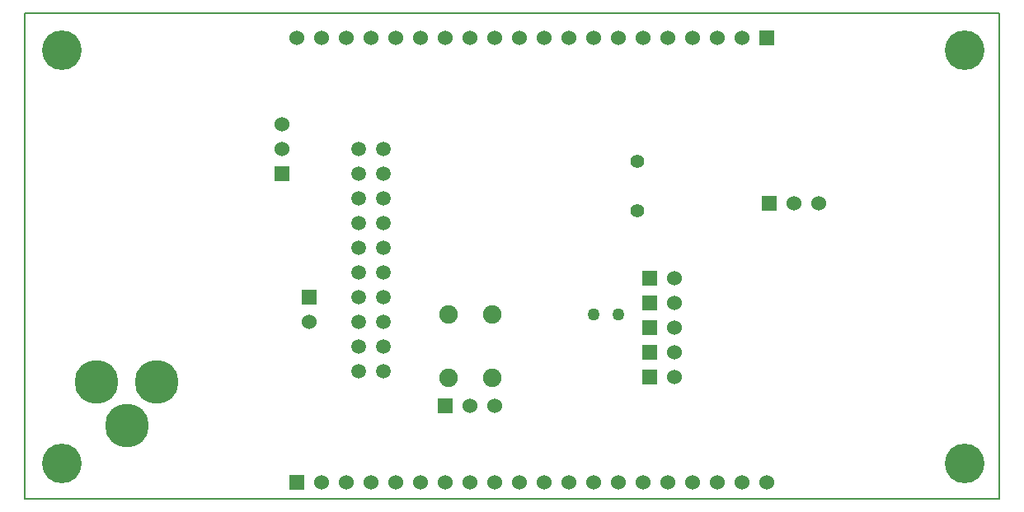
<source format=gbs>
G04 (created by PCBNEW (2012-nov-02)-testing) date Thu 10 Jan 2013 08:49:02 AM EST*
%MOIN*%
G04 Gerber Fmt 3.4, Leading zero omitted, Abs format*
%FSLAX34Y34*%
G01*
G70*
G90*
G04 APERTURE LIST*
%ADD10C,0.006*%
%ADD11C,0.00590551*%
%ADD12R,0.06X0.06*%
%ADD13C,0.06*%
%ADD14C,0.056*%
%ADD15C,0.0593*%
%ADD16C,0.0748031*%
%ADD17C,0.05*%
%ADD18C,0.1771*%
%ADD19C,0.16*%
G04 APERTURE END LIST*
G54D10*
G54D11*
X39370Y-59055D02*
X39370Y-39370D01*
X78740Y-59055D02*
X39370Y-59055D01*
X78740Y-39370D02*
X78740Y-59055D01*
X39370Y-39370D02*
X78740Y-39370D01*
G54D12*
X50370Y-58370D03*
G54D13*
X51370Y-58370D03*
X52370Y-58370D03*
X53370Y-58370D03*
X54370Y-58370D03*
X55370Y-58370D03*
X56370Y-58370D03*
X57370Y-58370D03*
X58370Y-58370D03*
X59370Y-58370D03*
X60370Y-58370D03*
X61370Y-58370D03*
X62370Y-58370D03*
X63370Y-58370D03*
X64370Y-58370D03*
X65370Y-58370D03*
X66370Y-58370D03*
X67370Y-58370D03*
X68370Y-58370D03*
X69370Y-58370D03*
G54D12*
X69370Y-40370D03*
G54D13*
X68370Y-40370D03*
X67370Y-40370D03*
X66370Y-40370D03*
X65370Y-40370D03*
X64370Y-40370D03*
X63370Y-40370D03*
X62370Y-40370D03*
X61370Y-40370D03*
X60370Y-40370D03*
X59370Y-40370D03*
X58370Y-40370D03*
X57370Y-40370D03*
X56370Y-40370D03*
X55370Y-40370D03*
X54370Y-40370D03*
X53370Y-40370D03*
X52370Y-40370D03*
X51370Y-40370D03*
X50370Y-40370D03*
G54D14*
X64120Y-45370D03*
X64120Y-47370D03*
G54D15*
X52870Y-44870D03*
X53870Y-44870D03*
X52870Y-45870D03*
X53870Y-45870D03*
X52870Y-46870D03*
X53870Y-46870D03*
X52870Y-47870D03*
X53870Y-47870D03*
X52870Y-48870D03*
X53870Y-48870D03*
X52870Y-49870D03*
X53870Y-49870D03*
X52870Y-50870D03*
X53870Y-50870D03*
X52870Y-51870D03*
X53870Y-51870D03*
X52870Y-52870D03*
X53870Y-52870D03*
X52870Y-53870D03*
X53870Y-53870D03*
G54D16*
X58255Y-51590D03*
X58255Y-54149D03*
X56484Y-51590D03*
X56484Y-54149D03*
G54D12*
X50870Y-50870D03*
G54D13*
X50870Y-51870D03*
G54D12*
X64620Y-53120D03*
G54D13*
X65620Y-53120D03*
G54D12*
X64620Y-54120D03*
G54D13*
X65620Y-54120D03*
G54D12*
X64620Y-50120D03*
G54D13*
X65620Y-50120D03*
G54D12*
X64620Y-52120D03*
G54D13*
X65620Y-52120D03*
G54D12*
X64620Y-51120D03*
G54D13*
X65620Y-51120D03*
G54D17*
X62370Y-51570D03*
X63370Y-51570D03*
G54D12*
X49770Y-45870D03*
G54D13*
X49770Y-44870D03*
X49770Y-43870D03*
G54D12*
X56370Y-55270D03*
G54D13*
X57370Y-55270D03*
X58370Y-55270D03*
G54D12*
X69470Y-47070D03*
G54D13*
X70470Y-47070D03*
X71470Y-47070D03*
G54D18*
X44673Y-54316D03*
X43492Y-56088D03*
X42264Y-54316D03*
G54D19*
X40870Y-40870D03*
X77370Y-57620D03*
X77370Y-40870D03*
X40870Y-57620D03*
M02*

</source>
